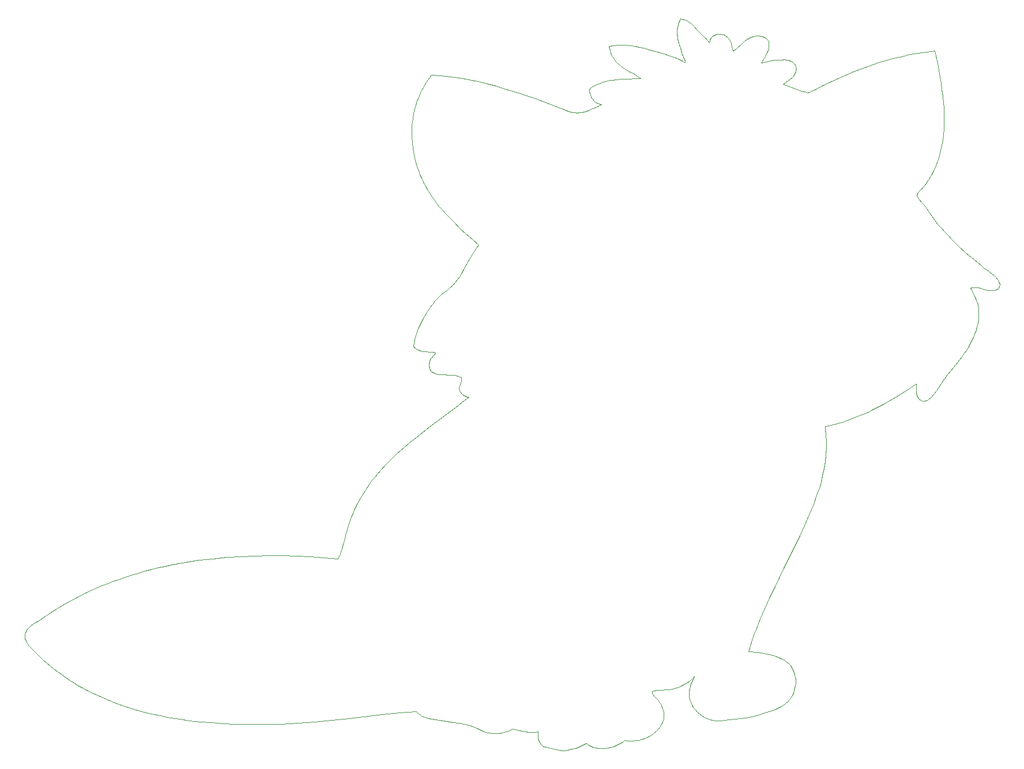
<source format=gbr>
%TF.GenerationSoftware,KiCad,Pcbnew,9.0.6*%
%TF.CreationDate,2025-12-07T11:23:18+01:00*%
%TF.ProjectId,Rocket,526f636b-6574-42e6-9b69-6361645f7063,rev?*%
%TF.SameCoordinates,Original*%
%TF.FileFunction,Profile,NP*%
%FSLAX46Y46*%
G04 Gerber Fmt 4.6, Leading zero omitted, Abs format (unit mm)*
G04 Created by KiCad (PCBNEW 9.0.6) date 2025-12-07 11:23:18*
%MOMM*%
%LPD*%
G01*
G04 APERTURE LIST*
%TA.AperFunction,Profile*%
%ADD10C,0.100000*%
%TD*%
G04 APERTURE END LIST*
D10*
X168790000Y-42438000D02*
X168651000Y-42771900D01*
X168651000Y-42771900D02*
X168545000Y-43109500D01*
X168545000Y-43109500D02*
X168472000Y-43450000D01*
X168472000Y-43450000D02*
X168428000Y-43792800D01*
X168428000Y-43792800D02*
X168411000Y-44137200D01*
X168411000Y-44137200D02*
X168418000Y-44482700D01*
X168418000Y-44482700D02*
X168449000Y-44828400D01*
X168449000Y-44828400D02*
X168499000Y-45173800D01*
X168499000Y-45173800D02*
X168568000Y-45518200D01*
X168568000Y-45518200D02*
X168652000Y-45861000D01*
X168652000Y-45861000D02*
X168858000Y-46538900D01*
X168858000Y-46538900D02*
X169098000Y-47202300D01*
X169098000Y-47202300D02*
X169355000Y-47846000D01*
X169355000Y-47846000D02*
X169480000Y-48162700D01*
X169480000Y-48162700D02*
X169545000Y-48327600D01*
X169545000Y-48327600D02*
X169589000Y-48472400D01*
X169589000Y-48472400D02*
X169595000Y-48578500D01*
X169595000Y-48578500D02*
X169580000Y-48611300D01*
X169580000Y-48611300D02*
X169548000Y-48627600D01*
X169548000Y-48627600D02*
X169500000Y-48625000D01*
X169500000Y-48625000D02*
X169431000Y-48601200D01*
X169431000Y-48601200D02*
X169228000Y-48480900D01*
X169228000Y-48480900D02*
X168891000Y-48299600D01*
X168891000Y-48299600D02*
X168549000Y-48132600D01*
X168549000Y-48132600D02*
X167850000Y-47836500D01*
X167850000Y-47836500D02*
X167135000Y-47581600D01*
X167135000Y-47581600D02*
X166408000Y-47356900D01*
X166408000Y-47356900D02*
X164938000Y-46954500D01*
X164938000Y-46954500D02*
X164203000Y-46754900D01*
X164203000Y-46754900D02*
X163474000Y-46541600D01*
X163474000Y-46541600D02*
X162856000Y-46387200D01*
X162856000Y-46387200D02*
X162230000Y-46258300D01*
X162230000Y-46258300D02*
X161599000Y-46159300D01*
X161599000Y-46159300D02*
X160964000Y-46094200D01*
X160964000Y-46094200D02*
X160328000Y-46067100D01*
X160328000Y-46067100D02*
X159692000Y-46082400D01*
X159692000Y-46082400D02*
X159057000Y-46144100D01*
X159057000Y-46144100D02*
X158427000Y-46256300D01*
X158427000Y-46256300D02*
X158463000Y-46584800D01*
X158463000Y-46584800D02*
X158530000Y-46901400D01*
X158530000Y-46901400D02*
X158625000Y-47206100D01*
X158625000Y-47206100D02*
X158745000Y-47498700D01*
X158745000Y-47498700D02*
X158891000Y-47779000D01*
X158891000Y-47779000D02*
X159058000Y-48047100D01*
X159058000Y-48047100D02*
X159246000Y-48302500D01*
X159246000Y-48302500D02*
X159452000Y-48545400D01*
X159452000Y-48545400D02*
X159675000Y-48775400D01*
X159675000Y-48775400D02*
X159913000Y-48992500D01*
X159913000Y-48992500D02*
X160163000Y-49196500D01*
X160163000Y-49196500D02*
X160424000Y-49387300D01*
X160424000Y-49387300D02*
X160694000Y-49564700D01*
X160694000Y-49564700D02*
X160971000Y-49728600D01*
X160971000Y-49728600D02*
X161539000Y-50015400D01*
X161539000Y-50015400D02*
X161936000Y-50237700D01*
X161936000Y-50237700D02*
X162324000Y-50475800D01*
X162324000Y-50475800D02*
X163079000Y-50984900D01*
X163079000Y-50984900D02*
X162165000Y-51027200D01*
X162165000Y-51027200D02*
X161237000Y-51053100D01*
X161237000Y-51053100D02*
X160305000Y-51087300D01*
X160305000Y-51087300D02*
X159377000Y-51154300D01*
X159377000Y-51154300D02*
X158917000Y-51207800D01*
X158917000Y-51207800D02*
X158462000Y-51278700D01*
X158462000Y-51278700D02*
X158013000Y-51370100D01*
X158013000Y-51370100D02*
X157570000Y-51485000D01*
X157570000Y-51485000D02*
X157135200Y-51626600D01*
X157135200Y-51626600D02*
X156709300Y-51797900D01*
X156709300Y-51797900D02*
X156293500Y-52002000D01*
X156293500Y-52002000D02*
X155888900Y-52242000D01*
X155888900Y-52242000D02*
X155775100Y-52300700D01*
X155775100Y-52300700D02*
X155683700Y-52372300D01*
X155683700Y-52372300D02*
X155613100Y-52455400D01*
X155613100Y-52455400D02*
X155561600Y-52548300D01*
X155561600Y-52548300D02*
X155527800Y-52649600D01*
X155527800Y-52649600D02*
X155509900Y-52757800D01*
X155509900Y-52757800D02*
X155515800Y-52988600D01*
X155515800Y-52988600D02*
X155566500Y-53228700D01*
X155566500Y-53228700D02*
X155649300Y-53465900D01*
X155649300Y-53465900D02*
X155751400Y-53688100D01*
X155751400Y-53688100D02*
X155860100Y-53883200D01*
X155860100Y-53883200D02*
X155987800Y-54068300D01*
X155987800Y-54068300D02*
X156142900Y-54236000D01*
X156142900Y-54236000D02*
X156319500Y-54385400D01*
X156319500Y-54385400D02*
X156511500Y-54515400D01*
X156511500Y-54515400D02*
X156712900Y-54625200D01*
X156712900Y-54625200D02*
X156917700Y-54713600D01*
X156917700Y-54713600D02*
X157119900Y-54779800D01*
X157119900Y-54779800D02*
X157313600Y-54822700D01*
X157313600Y-54822700D02*
X156697900Y-55116400D01*
X156697900Y-55116400D02*
X156057900Y-55406900D01*
X156057900Y-55406900D02*
X155399400Y-55668600D01*
X155399400Y-55668600D02*
X155065100Y-55780600D01*
X155065100Y-55780600D02*
X154728400Y-55875800D01*
X154728400Y-55875800D02*
X154390000Y-55950900D01*
X154390000Y-55950900D02*
X154050600Y-56002700D01*
X154050600Y-56002700D02*
X153711100Y-56028100D01*
X153711100Y-56028100D02*
X153372100Y-56023700D01*
X153372100Y-56023700D02*
X153034400Y-55986400D01*
X153034400Y-55986400D02*
X152698700Y-55913000D01*
X152698700Y-55913000D02*
X152365800Y-55800300D01*
X152365800Y-55800300D02*
X152036400Y-55645000D01*
X152036400Y-55645000D02*
X150938500Y-55204300D01*
X150938500Y-55204300D02*
X149833200Y-54782600D01*
X149833200Y-54782600D02*
X148721600Y-54377100D01*
X148721600Y-54377100D02*
X147604900Y-53985000D01*
X147604900Y-53985000D02*
X145361000Y-53229700D01*
X145361000Y-53229700D02*
X143111100Y-52494300D01*
X143111100Y-52494300D02*
X141795700Y-52107600D01*
X141795700Y-52107600D02*
X140471000Y-51750800D01*
X140471000Y-51750800D02*
X139137600Y-51428000D01*
X139137600Y-51428000D02*
X137795900Y-51143300D01*
X137795900Y-51143300D02*
X136446500Y-50900900D01*
X136446500Y-50900900D02*
X135089800Y-50705000D01*
X135089800Y-50705000D02*
X133726300Y-50559700D01*
X133726300Y-50559700D02*
X132356500Y-50469200D01*
X132356500Y-50469200D02*
X132076600Y-50820400D01*
X132076600Y-50820400D02*
X131811300Y-51180600D01*
X131811300Y-51180600D02*
X131560400Y-51549300D01*
X131560400Y-51549300D02*
X131323900Y-51926000D01*
X131323900Y-51926000D02*
X131101700Y-52310300D01*
X131101700Y-52310300D02*
X130893800Y-52701800D01*
X130893800Y-52701800D02*
X130700000Y-53100000D01*
X130700000Y-53100000D02*
X130520300Y-53504500D01*
X130520300Y-53504500D02*
X130354700Y-53914800D01*
X130354700Y-53914800D02*
X130202900Y-54330500D01*
X130202900Y-54330500D02*
X129940900Y-55176200D01*
X129940900Y-55176200D02*
X129733700Y-56038200D01*
X129733700Y-56038200D02*
X129580700Y-56912700D01*
X129580700Y-56912700D02*
X129481300Y-57796200D01*
X129481300Y-57796200D02*
X129434900Y-58685300D01*
X129434900Y-58685300D02*
X129440800Y-59576200D01*
X129440800Y-59576200D02*
X129498600Y-60465500D01*
X129498600Y-60465500D02*
X129607400Y-61349600D01*
X129607400Y-61349600D02*
X129766800Y-62224800D01*
X129766800Y-62224800D02*
X129976200Y-63087700D01*
X129976200Y-63087700D02*
X130234900Y-63934700D01*
X130234900Y-63934700D02*
X130430800Y-64524600D01*
X130430800Y-64524600D02*
X130649800Y-65104600D01*
X130649800Y-65104600D02*
X130890900Y-65674500D01*
X130890900Y-65674500D02*
X131153400Y-66234300D01*
X131153400Y-66234300D02*
X131436100Y-66783700D01*
X131436100Y-66783700D02*
X131738300Y-67322600D01*
X131738300Y-67322600D02*
X132059100Y-67851000D01*
X132059100Y-67851000D02*
X132397400Y-68368700D01*
X132397400Y-68368700D02*
X132752400Y-68875600D01*
X132752400Y-68875600D02*
X133123200Y-69371600D01*
X133123200Y-69371600D02*
X133508800Y-69856400D01*
X133508800Y-69856400D02*
X133908400Y-70330100D01*
X133908400Y-70330100D02*
X134321100Y-70792500D01*
X134321100Y-70792500D02*
X134745800Y-71243500D01*
X134745800Y-71243500D02*
X135181800Y-71682900D01*
X135181800Y-71682900D02*
X135628000Y-72110600D01*
X135628000Y-72110600D02*
X136509700Y-72976600D01*
X136509700Y-72976600D02*
X137415500Y-73817100D01*
X137415500Y-73817100D02*
X138340200Y-74637200D01*
X138340200Y-74637200D02*
X139278400Y-75441900D01*
X139278400Y-75441900D02*
X138941300Y-75872400D01*
X138941300Y-75872400D02*
X138628500Y-76321000D01*
X138628500Y-76321000D02*
X138335300Y-76783900D01*
X138335300Y-76783900D02*
X138057000Y-77257500D01*
X138057000Y-77257500D02*
X137526000Y-78221400D01*
X137526000Y-78221400D02*
X136997700Y-79183200D01*
X136997700Y-79183200D02*
X136722700Y-79654100D01*
X136722700Y-79654100D02*
X136434100Y-80113200D01*
X136434100Y-80113200D02*
X136127200Y-80556900D01*
X136127200Y-80556900D02*
X135797300Y-80981500D01*
X135797300Y-80981500D02*
X135439600Y-81383300D01*
X135439600Y-81383300D02*
X135049400Y-81758600D01*
X135049400Y-81758600D02*
X134622000Y-82103600D01*
X134622000Y-82103600D02*
X134152500Y-82414600D01*
X134152500Y-82414600D02*
X133683500Y-82811000D01*
X133683500Y-82811000D02*
X133247400Y-83241700D01*
X133247400Y-83241700D02*
X132840500Y-83701400D01*
X132840500Y-83701400D02*
X132458900Y-84184600D01*
X132458900Y-84184600D02*
X132098800Y-84685800D01*
X132098800Y-84685800D02*
X131756500Y-85199600D01*
X131756500Y-85199600D02*
X131110000Y-86243600D01*
X131110000Y-86243600D02*
X130851300Y-86723100D01*
X130851300Y-86723100D02*
X130613600Y-87213200D01*
X130613600Y-87213200D02*
X130397700Y-87713200D01*
X130397700Y-87713200D02*
X130204100Y-88222200D01*
X130204100Y-88222200D02*
X130033700Y-88739300D01*
X130033700Y-88739300D02*
X129886900Y-89263700D01*
X129886900Y-89263700D02*
X129764500Y-89794400D01*
X129764500Y-89794400D02*
X129667100Y-90330600D01*
X129667100Y-90330600D02*
X129816800Y-90506200D01*
X129816800Y-90506200D02*
X129979200Y-90653600D01*
X129979200Y-90653600D02*
X130152900Y-90775400D01*
X130152900Y-90775400D02*
X130336600Y-90874400D01*
X130336600Y-90874400D02*
X130529100Y-90953100D01*
X130529100Y-90953100D02*
X130729200Y-91014300D01*
X130729200Y-91014300D02*
X131146900Y-91094900D01*
X131146900Y-91094900D02*
X131579600Y-91137300D01*
X131579600Y-91137300D02*
X132017100Y-91163200D01*
X132017100Y-91163200D02*
X132449400Y-91193800D01*
X132449400Y-91193800D02*
X132866300Y-91250500D01*
X132866300Y-91250500D02*
X132901600Y-91278700D01*
X132901600Y-91278700D02*
X132916700Y-91311700D01*
X132916700Y-91311700D02*
X132895900Y-91390300D01*
X132895900Y-91390300D02*
X132823300Y-91482800D01*
X132823300Y-91482800D02*
X132718200Y-91586000D01*
X132718200Y-91586000D02*
X132488000Y-91810800D01*
X132488000Y-91810800D02*
X132401600Y-91925700D01*
X132401600Y-91925700D02*
X132360000Y-92037800D01*
X132360000Y-92037800D02*
X132259800Y-92176200D01*
X132259800Y-92176200D02*
X132174100Y-92327400D01*
X132174100Y-92327400D02*
X132103400Y-92488900D01*
X132103400Y-92488900D02*
X132048500Y-92658000D01*
X132048500Y-92658000D02*
X132009900Y-92832300D01*
X132009900Y-92832300D02*
X131988200Y-93009200D01*
X131988200Y-93009200D02*
X131984000Y-93186000D01*
X131984000Y-93186000D02*
X131998000Y-93360200D01*
X131998000Y-93360200D02*
X132030700Y-93529300D01*
X132030700Y-93529300D02*
X132082700Y-93690600D01*
X132082700Y-93690600D02*
X132154700Y-93841600D01*
X132154700Y-93841600D02*
X132247200Y-93979800D01*
X132247200Y-93979800D02*
X132360900Y-94102400D01*
X132360900Y-94102400D02*
X132496400Y-94207100D01*
X132496400Y-94207100D02*
X132654200Y-94291200D01*
X132654200Y-94291200D02*
X132835000Y-94352000D01*
X132835000Y-94352000D02*
X133071900Y-94417000D01*
X133071900Y-94417000D02*
X133312000Y-94465400D01*
X133312000Y-94465400D02*
X133800100Y-94523500D01*
X133800100Y-94523500D02*
X134294600Y-94547500D01*
X134294600Y-94547500D02*
X134790900Y-94558700D01*
X134790900Y-94558700D02*
X135284500Y-94578500D01*
X135284500Y-94578500D02*
X135770600Y-94627900D01*
X135770600Y-94627900D02*
X136009500Y-94670400D01*
X136009500Y-94670400D02*
X136244700Y-94728300D01*
X136244700Y-94728300D02*
X136475900Y-94804200D01*
X136475900Y-94804200D02*
X136702200Y-94900900D01*
X136702200Y-94900900D02*
X136731000Y-95029300D01*
X136731000Y-95029300D02*
X136739000Y-95157300D01*
X136739000Y-95157300D02*
X136729700Y-95284900D01*
X136729700Y-95284900D02*
X136706200Y-95412300D01*
X136706200Y-95412300D02*
X136629600Y-95666900D01*
X136629600Y-95666900D02*
X136535300Y-95922000D01*
X136535300Y-95922000D02*
X136449300Y-96178500D01*
X136449300Y-96178500D02*
X136397600Y-96437200D01*
X136397600Y-96437200D02*
X136392700Y-96567800D01*
X136392700Y-96567800D02*
X136406200Y-96699200D01*
X136406200Y-96699200D02*
X136441200Y-96831700D01*
X136441200Y-96831700D02*
X136501100Y-96965300D01*
X136501100Y-96965300D02*
X136602000Y-97141400D01*
X136602000Y-97141400D02*
X136727900Y-97296900D01*
X136727900Y-97296900D02*
X136875100Y-97432300D01*
X136875100Y-97432300D02*
X137039500Y-97548200D01*
X137039500Y-97548200D02*
X137217200Y-97645200D01*
X137217200Y-97645200D02*
X137404500Y-97723900D01*
X137404500Y-97723900D02*
X137597400Y-97784800D01*
X137597400Y-97784800D02*
X137792100Y-97828600D01*
X137792100Y-97828600D02*
X136849300Y-98578900D01*
X136849300Y-98578900D02*
X135892800Y-99316900D01*
X135892800Y-99316900D02*
X133954500Y-100771400D01*
X133954500Y-100771400D02*
X132008500Y-102223100D01*
X132008500Y-102223100D02*
X131042500Y-102957500D01*
X131042500Y-102957500D02*
X130086300Y-103702800D01*
X130086300Y-103702800D02*
X129143800Y-104462900D01*
X129143800Y-104462900D02*
X128219100Y-105241500D01*
X128219100Y-105241500D02*
X127316000Y-106042700D01*
X127316000Y-106042700D02*
X126438400Y-106870100D01*
X126438400Y-106870100D02*
X125590300Y-107727800D01*
X125590300Y-107727800D02*
X124775500Y-108619600D01*
X124775500Y-108619600D02*
X123998100Y-109549200D01*
X123998100Y-109549200D02*
X123624600Y-110029500D01*
X123624600Y-110029500D02*
X123261900Y-110520700D01*
X123261900Y-110520700D02*
X122636900Y-111447700D01*
X122636900Y-111447700D02*
X122049400Y-112400400D01*
X122049400Y-112400400D02*
X121504500Y-113378000D01*
X121504500Y-113378000D02*
X121007000Y-114379600D01*
X121007000Y-114379600D02*
X120777600Y-114889300D01*
X120777600Y-114889300D02*
X120561900Y-115404700D01*
X120561900Y-115404700D02*
X120360500Y-115925400D01*
X120360500Y-115925400D02*
X120174100Y-116452400D01*
X120174100Y-116452400D02*
X120003200Y-116984400D01*
X120003200Y-116984400D02*
X119848400Y-117521400D01*
X119848400Y-117521400D02*
X119710500Y-118064400D01*
X119710500Y-118064400D02*
X119589900Y-118612400D01*
X119589900Y-118612400D02*
X119391600Y-119357400D01*
X119391600Y-119357400D02*
X119172100Y-120105400D01*
X119172100Y-120105400D02*
X118919600Y-120846400D01*
X118919600Y-120846400D02*
X118622200Y-121568400D01*
X118622200Y-121568400D02*
X116590800Y-121405400D01*
X116590800Y-121405400D02*
X114552900Y-121276400D01*
X114552900Y-121276400D02*
X112510300Y-121184400D01*
X112510300Y-121184400D02*
X110464700Y-121131400D01*
X110464700Y-121131400D02*
X108417800Y-121120400D01*
X108417800Y-121120400D02*
X106371400Y-121154400D01*
X106371400Y-121154400D02*
X104327300Y-121237400D01*
X104327300Y-121237400D02*
X102287200Y-121371400D01*
X102287200Y-121371400D02*
X100252900Y-121558400D01*
X100252900Y-121558400D02*
X98226100Y-121802400D01*
X98226100Y-121802400D02*
X97216000Y-121947400D01*
X97216000Y-121947400D02*
X96208500Y-122106400D01*
X96208500Y-122106400D02*
X95203800Y-122282400D01*
X95203800Y-122282400D02*
X94202000Y-122473400D01*
X94202000Y-122473400D02*
X93203500Y-122680400D01*
X93203500Y-122680400D02*
X92208300Y-122904400D01*
X92208300Y-122904400D02*
X91216800Y-123146400D01*
X91216800Y-123146400D02*
X90229100Y-123404400D01*
X90229100Y-123404400D02*
X89245500Y-123681400D01*
X89245500Y-123681400D02*
X88266200Y-123976400D01*
X88266200Y-123976400D02*
X87291400Y-124289400D01*
X87291400Y-124289400D02*
X86321400Y-124621400D01*
X86321400Y-124621400D02*
X85540500Y-124902400D01*
X85540500Y-124902400D02*
X84765600Y-125199400D01*
X84765600Y-125199400D02*
X83996900Y-125510400D01*
X83996900Y-125510400D02*
X83234200Y-125835400D01*
X83234200Y-125835400D02*
X81727500Y-126527400D01*
X81727500Y-126527400D02*
X80246000Y-127271400D01*
X80246000Y-127271400D02*
X78789900Y-128065400D01*
X78789900Y-128065400D02*
X77359800Y-128905400D01*
X77359800Y-128905400D02*
X75955900Y-129788400D01*
X75955900Y-129788400D02*
X74578800Y-130712400D01*
X74578800Y-130712400D02*
X74202900Y-130911400D01*
X74202900Y-130911400D02*
X73823900Y-131146400D01*
X73823900Y-131146400D02*
X73462800Y-131416400D01*
X73462800Y-131416400D02*
X73295600Y-131565400D01*
X73295600Y-131565400D02*
X73140900Y-131723400D01*
X73140900Y-131723400D02*
X73001200Y-131891400D01*
X73001200Y-131891400D02*
X72879200Y-132067400D01*
X72879200Y-132067400D02*
X72777500Y-132253400D01*
X72777500Y-132253400D02*
X72698900Y-132448400D01*
X72698900Y-132448400D02*
X72645800Y-132652400D01*
X72645800Y-132652400D02*
X72621100Y-132865400D01*
X72621100Y-132865400D02*
X72627300Y-133088400D01*
X72627300Y-133088400D02*
X72667100Y-133320400D01*
X72667100Y-133320400D02*
X72783600Y-133599400D01*
X72783600Y-133599400D02*
X72919100Y-133865400D01*
X72919100Y-133865400D02*
X73071700Y-134118400D01*
X73071700Y-134118400D02*
X73239500Y-134362400D01*
X73239500Y-134362400D02*
X73613800Y-134820400D01*
X73613800Y-134820400D02*
X74027400Y-135251400D01*
X74027400Y-135251400D02*
X74465600Y-135662400D01*
X74465600Y-135662400D02*
X74913800Y-136064400D01*
X74913800Y-136064400D02*
X75357600Y-136466400D01*
X75357600Y-136466400D02*
X75782300Y-136877400D01*
X75782300Y-136877400D02*
X76333800Y-137343400D01*
X76333800Y-137343400D02*
X76895500Y-137795400D01*
X76895500Y-137795400D02*
X77467000Y-138232400D01*
X77467000Y-138232400D02*
X78048000Y-138655400D01*
X78048000Y-138655400D02*
X78638100Y-139063400D01*
X78638100Y-139063400D02*
X79237100Y-139457400D01*
X79237100Y-139457400D02*
X79844400Y-139838400D01*
X79844400Y-139838400D02*
X80460000Y-140205400D01*
X80460000Y-140205400D02*
X81083300Y-140558400D01*
X81083300Y-140558400D02*
X81714000Y-140898400D01*
X81714000Y-140898400D02*
X82996500Y-141538400D01*
X82996500Y-141538400D02*
X84304700Y-142128400D01*
X84304700Y-142128400D02*
X85635900Y-142667400D01*
X85635900Y-142667400D02*
X86987400Y-143158400D01*
X86987400Y-143158400D02*
X88356400Y-143602400D01*
X88356400Y-143602400D02*
X89740400Y-144000400D01*
X89740400Y-144000400D02*
X91136500Y-144354400D01*
X91136500Y-144354400D02*
X92542100Y-144665400D01*
X92542100Y-144665400D02*
X93954500Y-144934400D01*
X93954500Y-144934400D02*
X95370800Y-145164400D01*
X95370800Y-145164400D02*
X96788500Y-145355400D01*
X96788500Y-145355400D02*
X98464400Y-145531400D01*
X98464400Y-145531400D02*
X100143900Y-145675400D01*
X100143900Y-145675400D02*
X101826200Y-145787400D01*
X101826200Y-145787400D02*
X103510400Y-145867400D01*
X103510400Y-145867400D02*
X105195900Y-145914400D01*
X105195900Y-145914400D02*
X106881800Y-145931400D01*
X106881800Y-145931400D02*
X108567300Y-145916400D01*
X108567300Y-145916400D02*
X110251600Y-145869400D01*
X110251600Y-145869400D02*
X111495400Y-145807400D01*
X111495400Y-145807400D02*
X112737900Y-145729400D01*
X112737900Y-145729400D02*
X115219500Y-145533400D01*
X115219500Y-145533400D02*
X117697600Y-145297400D01*
X117697600Y-145297400D02*
X120173700Y-145035400D01*
X120173700Y-145035400D02*
X125124200Y-144492400D01*
X125124200Y-144492400D02*
X127601200Y-144241400D01*
X127601200Y-144241400D02*
X130081100Y-144022400D01*
X130081100Y-144022400D02*
X130266200Y-144221400D01*
X130266200Y-144221400D02*
X130466000Y-144395400D01*
X130466000Y-144395400D02*
X130679100Y-144545400D01*
X130679100Y-144545400D02*
X130903900Y-144675400D01*
X130903900Y-144675400D02*
X131139100Y-144786400D01*
X131139100Y-144786400D02*
X131383200Y-144880400D01*
X131383200Y-144880400D02*
X131892300Y-145026400D01*
X131892300Y-145026400D02*
X132419500Y-145133400D01*
X132419500Y-145133400D02*
X132953100Y-145216400D01*
X132953100Y-145216400D02*
X133481400Y-145293400D01*
X133481400Y-145293400D02*
X133993000Y-145381400D01*
X133993000Y-145381400D02*
X135564900Y-145604400D01*
X135564900Y-145604400D02*
X136342400Y-145736400D01*
X136342400Y-145736400D02*
X137111100Y-145894400D01*
X137111100Y-145894400D02*
X137868500Y-146088400D01*
X137868500Y-146088400D02*
X138612100Y-146330400D01*
X138612100Y-146330400D02*
X138977900Y-146471400D01*
X138977900Y-146471400D02*
X139339400Y-146627400D01*
X139339400Y-146627400D02*
X139696300Y-146800400D01*
X139696300Y-146800400D02*
X140048200Y-146991400D01*
X140048200Y-146991400D02*
X140309500Y-147079400D01*
X140309500Y-147079400D02*
X140574600Y-147151400D01*
X140574600Y-147151400D02*
X140842900Y-147205400D01*
X140842900Y-147205400D02*
X141113600Y-147243400D01*
X141113600Y-147243400D02*
X141386000Y-147266400D01*
X141386000Y-147266400D02*
X141659400Y-147273400D01*
X141659400Y-147273400D02*
X142206400Y-147242400D01*
X142206400Y-147242400D02*
X142748800Y-147156400D01*
X142748800Y-147156400D02*
X143281100Y-147018400D01*
X143281100Y-147018400D02*
X143797400Y-146830400D01*
X143797400Y-146830400D02*
X144292100Y-146598400D01*
X144292100Y-146598400D02*
X145203500Y-146821400D01*
X145203500Y-146821400D02*
X145664900Y-146924400D01*
X145664900Y-146924400D02*
X146129000Y-147008400D01*
X146129000Y-147008400D02*
X146594900Y-147065400D01*
X146594900Y-147065400D02*
X147061800Y-147087400D01*
X147061800Y-147087400D02*
X147528800Y-147065400D01*
X147528800Y-147065400D02*
X147995200Y-146990400D01*
X147995200Y-146990400D02*
X147959600Y-147341400D01*
X147959600Y-147341400D02*
X147966900Y-147708400D01*
X147966900Y-147708400D02*
X148022100Y-148073400D01*
X148022100Y-148073400D02*
X148069300Y-148250400D01*
X148069300Y-148250400D02*
X148130200Y-148420400D01*
X148130200Y-148420400D02*
X148205600Y-148580400D01*
X148205600Y-148580400D02*
X148296000Y-148730400D01*
X148296000Y-148730400D02*
X148402200Y-148866400D01*
X148402200Y-148866400D02*
X148524600Y-148986400D01*
X148524600Y-148986400D02*
X148663900Y-149089400D01*
X148663900Y-149089400D02*
X148820800Y-149171400D01*
X148820800Y-149171400D02*
X148995900Y-149232400D01*
X148995900Y-149232400D02*
X149189600Y-149268400D01*
X149189600Y-149268400D02*
X149949000Y-149461400D01*
X149949000Y-149461400D02*
X150711100Y-149654400D01*
X150711100Y-149654400D02*
X151095100Y-149723400D01*
X151095100Y-149723400D02*
X151482100Y-149760400D01*
X151482100Y-149760400D02*
X151872700Y-149756400D01*
X151872700Y-149756400D02*
X152267900Y-149698400D01*
X152267900Y-149698400D02*
X152639200Y-149639400D01*
X152639200Y-149639400D02*
X153006100Y-149558400D01*
X153006100Y-149558400D02*
X153367800Y-149457400D01*
X153367800Y-149457400D02*
X153723600Y-149336400D01*
X153723600Y-149336400D02*
X154073000Y-149197400D01*
X154073000Y-149197400D02*
X154415200Y-149041400D01*
X154415200Y-149041400D02*
X154749500Y-148869400D01*
X154749500Y-148869400D02*
X155075300Y-148682400D01*
X155075300Y-148682400D02*
X155389800Y-148917400D01*
X155389800Y-148917400D02*
X155721400Y-149108400D01*
X155721400Y-149108400D02*
X156067400Y-149257400D01*
X156067400Y-149257400D02*
X156425200Y-149366400D01*
X156425200Y-149366400D02*
X156792300Y-149437400D01*
X156792300Y-149437400D02*
X157166100Y-149472400D01*
X157166100Y-149472400D02*
X157544000Y-149473400D01*
X157544000Y-149473400D02*
X157924000Y-149442400D01*
X157924000Y-149442400D02*
X158302000Y-149381400D01*
X158302000Y-149381400D02*
X158677000Y-149291400D01*
X158677000Y-149291400D02*
X159046000Y-149176400D01*
X159046000Y-149176400D02*
X159406000Y-149036400D01*
X159406000Y-149036400D02*
X159755000Y-148873400D01*
X159755000Y-148873400D02*
X160090000Y-148690400D01*
X160090000Y-148690400D02*
X160409000Y-148489400D01*
X160409000Y-148489400D02*
X160708000Y-148272400D01*
X160708000Y-148272400D02*
X161116000Y-148328400D01*
X161116000Y-148328400D02*
X161531000Y-148353400D01*
X161531000Y-148353400D02*
X161949000Y-148346400D01*
X161949000Y-148346400D02*
X162367000Y-148308400D01*
X162367000Y-148308400D02*
X162782000Y-148240400D01*
X162782000Y-148240400D02*
X163192000Y-148140400D01*
X163192000Y-148140400D02*
X163592000Y-148011400D01*
X163592000Y-148011400D02*
X163981000Y-147851400D01*
X163981000Y-147851400D02*
X164354000Y-147663400D01*
X164354000Y-147663400D02*
X164708000Y-147444400D01*
X164708000Y-147444400D02*
X165041000Y-147198400D01*
X165041000Y-147198400D02*
X165350000Y-146922400D01*
X165350000Y-146922400D02*
X165631000Y-146619400D01*
X165631000Y-146619400D02*
X165881000Y-146287400D01*
X165881000Y-146287400D02*
X166097000Y-145929400D01*
X166097000Y-145929400D02*
X166276000Y-145543400D01*
X166276000Y-145543400D02*
X166365000Y-145304400D01*
X166365000Y-145304400D02*
X166428000Y-145064400D01*
X166428000Y-145064400D02*
X166465000Y-144823400D01*
X166465000Y-144823400D02*
X166478000Y-144581400D01*
X166478000Y-144581400D02*
X166468000Y-144340400D01*
X166468000Y-144340400D02*
X166436000Y-144101400D01*
X166436000Y-144101400D02*
X166384000Y-143864400D01*
X166384000Y-143864400D02*
X166313000Y-143630400D01*
X166313000Y-143630400D02*
X166225000Y-143401400D01*
X166225000Y-143401400D02*
X166121000Y-143178400D01*
X166121000Y-143178400D02*
X166002000Y-142961400D01*
X166002000Y-142961400D02*
X165870000Y-142751400D01*
X165870000Y-142751400D02*
X165573000Y-142356400D01*
X165573000Y-142356400D02*
X165239000Y-142002400D01*
X165239000Y-142002400D02*
X164997000Y-141757400D01*
X164997000Y-141757400D02*
X164878000Y-141607400D01*
X164878000Y-141607400D02*
X164784000Y-141451400D01*
X164784000Y-141451400D02*
X164735000Y-141301400D01*
X164735000Y-141301400D02*
X164732000Y-141230400D01*
X164732000Y-141230400D02*
X164748000Y-141164400D01*
X164748000Y-141164400D02*
X164784000Y-141105400D01*
X164784000Y-141105400D02*
X164842000Y-141052400D01*
X164842000Y-141052400D02*
X164926000Y-141009400D01*
X164926000Y-141009400D02*
X165036000Y-140975400D01*
X165036000Y-140975400D02*
X165484000Y-140924400D01*
X165484000Y-140924400D02*
X165935000Y-140890400D01*
X165935000Y-140890400D02*
X166842000Y-140830400D01*
X166842000Y-140830400D02*
X167294000Y-140783400D01*
X167294000Y-140783400D02*
X167741000Y-140712400D01*
X167741000Y-140712400D02*
X168181000Y-140607400D01*
X168181000Y-140607400D02*
X168613000Y-140457400D01*
X168613000Y-140457400D02*
X168938000Y-140328400D01*
X168938000Y-140328400D02*
X169252000Y-140179400D01*
X169252000Y-140179400D02*
X169557000Y-140011400D01*
X169557000Y-140011400D02*
X169851000Y-139824400D01*
X169851000Y-139824400D02*
X170134000Y-139620400D01*
X170134000Y-139620400D02*
X170403000Y-139399400D01*
X170403000Y-139399400D02*
X170660000Y-139163400D01*
X170660000Y-139163400D02*
X170901000Y-138912400D01*
X170901000Y-138912400D02*
X170763000Y-139270400D01*
X170763000Y-139270400D02*
X170610000Y-139628400D01*
X170610000Y-139628400D02*
X170458000Y-139986400D01*
X170458000Y-139986400D02*
X170320000Y-140348400D01*
X170320000Y-140348400D02*
X170210000Y-140715400D01*
X170210000Y-140715400D02*
X170140000Y-141089400D01*
X170140000Y-141089400D02*
X170125000Y-141280400D01*
X170125000Y-141280400D02*
X170125000Y-141472400D01*
X170125000Y-141472400D02*
X170142000Y-141668400D01*
X170142000Y-141668400D02*
X170178000Y-141866400D01*
X170178000Y-141866400D02*
X170264000Y-142297400D01*
X170264000Y-142297400D02*
X170399000Y-142706400D01*
X170399000Y-142706400D02*
X170578000Y-143094400D01*
X170578000Y-143094400D02*
X170798000Y-143458400D01*
X170798000Y-143458400D02*
X171055000Y-143796400D01*
X171055000Y-143796400D02*
X171346000Y-144106400D01*
X171346000Y-144106400D02*
X171667000Y-144388400D01*
X171667000Y-144388400D02*
X172014000Y-144639400D01*
X172014000Y-144639400D02*
X172383000Y-144858400D01*
X172383000Y-144858400D02*
X172772000Y-145042400D01*
X172772000Y-145042400D02*
X173176000Y-145191400D01*
X173176000Y-145191400D02*
X173592000Y-145303400D01*
X173592000Y-145303400D02*
X174016000Y-145376400D01*
X174016000Y-145376400D02*
X174444000Y-145407400D01*
X174444000Y-145407400D02*
X174873000Y-145397400D01*
X174873000Y-145397400D02*
X175300000Y-145342400D01*
X175300000Y-145342400D02*
X176893000Y-145163400D01*
X176893000Y-145163400D02*
X177689000Y-145060400D01*
X177689000Y-145060400D02*
X178482000Y-144939400D01*
X178482000Y-144939400D02*
X179270000Y-144793400D01*
X179270000Y-144793400D02*
X180051000Y-144617400D01*
X180051000Y-144617400D02*
X180823000Y-144403400D01*
X180823000Y-144403400D02*
X181585000Y-144144400D01*
X181585000Y-144144400D02*
X182660000Y-143741400D01*
X182660000Y-143741400D02*
X183197000Y-143513400D01*
X183197000Y-143513400D02*
X183714000Y-143252400D01*
X183714000Y-143252400D02*
X183960000Y-143105400D01*
X183960000Y-143105400D02*
X184196000Y-142946400D01*
X184196000Y-142946400D02*
X184421000Y-142773400D01*
X184421000Y-142773400D02*
X184631000Y-142585400D01*
X184631000Y-142585400D02*
X184826000Y-142379400D01*
X184826000Y-142379400D02*
X185003000Y-142155400D01*
X185003000Y-142155400D02*
X185161000Y-141911400D01*
X185161000Y-141911400D02*
X185299000Y-141647400D01*
X185299000Y-141647400D02*
X185467000Y-141305400D01*
X185467000Y-141305400D02*
X185601000Y-140946400D01*
X185601000Y-140946400D02*
X185700000Y-140574400D01*
X185700000Y-140574400D02*
X185764000Y-140193400D01*
X185764000Y-140193400D02*
X185793000Y-139807400D01*
X185793000Y-139807400D02*
X185788000Y-139420400D01*
X185788000Y-139420400D02*
X185748000Y-139036400D01*
X185748000Y-139036400D02*
X185673000Y-138659400D01*
X185673000Y-138659400D02*
X185563000Y-138292400D01*
X185563000Y-138292400D02*
X185419000Y-137940400D01*
X185419000Y-137940400D02*
X185241000Y-137606400D01*
X185241000Y-137606400D02*
X185027000Y-137295400D01*
X185027000Y-137295400D02*
X184779000Y-137010400D01*
X184779000Y-137010400D02*
X184497000Y-136755400D01*
X184497000Y-136755400D02*
X184179000Y-136535400D01*
X184179000Y-136535400D02*
X183828000Y-136353400D01*
X183828000Y-136353400D02*
X183248000Y-136082400D01*
X183248000Y-136082400D02*
X182652000Y-135858400D01*
X182652000Y-135858400D02*
X182042000Y-135677400D01*
X182042000Y-135677400D02*
X181421000Y-135532400D01*
X181421000Y-135532400D02*
X180792000Y-135417400D01*
X180792000Y-135417400D02*
X180158000Y-135326400D01*
X180158000Y-135326400D02*
X178890000Y-135193400D01*
X178890000Y-135193400D02*
X179137000Y-134382400D01*
X179137000Y-134382400D02*
X179401000Y-133577400D01*
X179401000Y-133577400D02*
X179679000Y-132779400D01*
X179679000Y-132779400D02*
X179971000Y-131986400D01*
X179971000Y-131986400D02*
X180593000Y-130415400D01*
X180593000Y-130415400D02*
X181257000Y-128862400D01*
X181257000Y-128862400D02*
X181956000Y-127323400D01*
X181956000Y-127323400D02*
X182681000Y-125795400D01*
X182681000Y-125795400D02*
X184175000Y-122757400D01*
X184175000Y-122757400D02*
X185673000Y-119721400D01*
X185673000Y-119721400D02*
X186403000Y-118195400D01*
X186403000Y-118195400D02*
X187108000Y-116659400D01*
X187108000Y-116659400D02*
X187781000Y-115109700D01*
X187781000Y-115109700D02*
X188414000Y-113543700D01*
X188414000Y-113543700D02*
X188997000Y-111957400D01*
X188997000Y-111957400D02*
X189267000Y-111155600D01*
X189267000Y-111155600D02*
X189522000Y-110347500D01*
X189522000Y-110347500D02*
X189756000Y-109341300D01*
X189756000Y-109341300D02*
X189954000Y-108325500D01*
X189954000Y-108325500D02*
X190112000Y-107302100D01*
X190112000Y-107302100D02*
X190224000Y-106273400D01*
X190224000Y-106273400D02*
X190286000Y-105241600D01*
X190286000Y-105241600D02*
X190290000Y-104208700D01*
X190290000Y-104208700D02*
X190270000Y-103692600D01*
X190270000Y-103692600D02*
X190234000Y-103177100D01*
X190234000Y-103177100D02*
X190181000Y-102662500D01*
X190181000Y-102662500D02*
X190110000Y-102148900D01*
X190110000Y-102148900D02*
X191027000Y-101948700D01*
X191027000Y-101948700D02*
X191931000Y-101712700D01*
X191931000Y-101712700D02*
X192824000Y-101442800D01*
X192824000Y-101442800D02*
X193706000Y-101141500D01*
X193706000Y-101141500D02*
X194577000Y-100810700D01*
X194577000Y-100810700D02*
X195438000Y-100452800D01*
X195438000Y-100452800D02*
X196288000Y-100069800D01*
X196288000Y-100069800D02*
X197129000Y-99664000D01*
X197129000Y-99664000D02*
X197960000Y-99237500D01*
X197960000Y-99237500D02*
X198783000Y-98792500D01*
X198783000Y-98792500D02*
X199597000Y-98331200D01*
X199597000Y-98331200D02*
X200404000Y-97855800D01*
X200404000Y-97855800D02*
X201994000Y-96871100D01*
X201994000Y-96871100D02*
X203556000Y-95855900D01*
X203556000Y-95855900D02*
X203514000Y-96536400D01*
X203514000Y-96536400D02*
X203516000Y-96894200D01*
X203516000Y-96894200D02*
X203549000Y-97246800D01*
X203549000Y-97246800D02*
X203625000Y-97581700D01*
X203625000Y-97581700D02*
X203684000Y-97738600D01*
X203684000Y-97738600D02*
X203758000Y-97886300D01*
X203758000Y-97886300D02*
X203849000Y-98023300D01*
X203849000Y-98023300D02*
X203959000Y-98147900D01*
X203959000Y-98147900D02*
X204089000Y-98258700D01*
X204089000Y-98258700D02*
X204241000Y-98354000D01*
X204241000Y-98354000D02*
X204428000Y-98394100D01*
X204428000Y-98394100D02*
X204607000Y-98403600D01*
X204607000Y-98403600D02*
X204779000Y-98385500D01*
X204779000Y-98385500D02*
X204943000Y-98342300D01*
X204943000Y-98342300D02*
X205100000Y-98276900D01*
X205100000Y-98276900D02*
X205250000Y-98191800D01*
X205250000Y-98191800D02*
X205394000Y-98089900D01*
X205394000Y-98089900D02*
X205532000Y-97973900D01*
X205532000Y-97973900D02*
X205792000Y-97710400D01*
X205792000Y-97710400D02*
X206031000Y-97423000D01*
X206031000Y-97423000D02*
X206461000Y-96863900D01*
X206461000Y-96863900D02*
X207291000Y-95690500D01*
X207291000Y-95690500D02*
X208136000Y-94527400D01*
X208136000Y-94527400D02*
X209006000Y-93384200D01*
X209006000Y-93384200D02*
X209915000Y-92270400D01*
X209915000Y-92270400D02*
X210239000Y-91844900D01*
X210239000Y-91844900D02*
X210555000Y-91406100D01*
X210555000Y-91406100D02*
X210859000Y-90954700D01*
X210859000Y-90954700D02*
X211149000Y-90491400D01*
X211149000Y-90491400D02*
X211423000Y-90017000D01*
X211423000Y-90017000D02*
X211677000Y-89532400D01*
X211677000Y-89532400D02*
X211909000Y-89038100D01*
X211909000Y-89038100D02*
X212116000Y-88535100D01*
X212116000Y-88535100D02*
X212295000Y-88024000D01*
X212295000Y-88024000D02*
X212444000Y-87505500D01*
X212444000Y-87505500D02*
X212560000Y-86980600D01*
X212560000Y-86980600D02*
X212641000Y-86449800D01*
X212641000Y-86449800D02*
X212683000Y-85914000D01*
X212683000Y-85914000D02*
X212683000Y-85373900D01*
X212683000Y-85373900D02*
X212641000Y-84830300D01*
X212641000Y-84830300D02*
X212551000Y-84283800D01*
X212551000Y-84283800D02*
X212472000Y-83952100D01*
X212472000Y-83952100D02*
X212368000Y-83629100D01*
X212368000Y-83629100D02*
X212243000Y-83313300D01*
X212243000Y-83313300D02*
X212102000Y-83003100D01*
X212102000Y-83003100D02*
X211797000Y-82393500D01*
X211797000Y-82393500D02*
X211497000Y-81787600D01*
X211497000Y-81787600D02*
X211677000Y-81738700D01*
X211677000Y-81738700D02*
X211858000Y-81710300D01*
X211858000Y-81710300D02*
X212040000Y-81699800D01*
X212040000Y-81699800D02*
X212223000Y-81705100D01*
X212223000Y-81705100D02*
X212591000Y-81753400D01*
X212591000Y-81753400D02*
X212962000Y-81836500D01*
X212962000Y-81836500D02*
X213706000Y-82032300D01*
X213706000Y-82032300D02*
X214078000Y-82107600D01*
X214078000Y-82107600D02*
X214449000Y-82143000D01*
X214449000Y-82143000D02*
X214700000Y-82168500D01*
X214700000Y-82168500D02*
X214955000Y-82142900D01*
X214955000Y-82142900D02*
X215198000Y-82069200D01*
X215198000Y-82069200D02*
X215417000Y-81950400D01*
X215417000Y-81950400D02*
X215512000Y-81874900D01*
X215512000Y-81874900D02*
X215595000Y-81789300D01*
X215595000Y-81789300D02*
X215664000Y-81693900D01*
X215664000Y-81693900D02*
X215718000Y-81589000D01*
X215718000Y-81589000D02*
X215754000Y-81475000D01*
X215754000Y-81475000D02*
X215772000Y-81352400D01*
X215772000Y-81352400D02*
X215768000Y-81221400D01*
X215768000Y-81221400D02*
X215741000Y-81082500D01*
X215741000Y-81082500D02*
X215651000Y-80863300D01*
X215651000Y-80863300D02*
X215542000Y-80658900D01*
X215542000Y-80658900D02*
X215416000Y-80467700D01*
X215416000Y-80467700D02*
X215275000Y-80288300D01*
X215275000Y-80288300D02*
X214955000Y-79958800D01*
X214955000Y-79958800D02*
X214598000Y-79658600D01*
X214598000Y-79658600D02*
X213838000Y-79098300D01*
X213838000Y-79098300D02*
X213466000Y-78814500D01*
X213466000Y-78814500D02*
X213120000Y-78512300D01*
X213120000Y-78512300D02*
X211971000Y-77575800D01*
X211971000Y-77575800D02*
X210843000Y-76610700D01*
X210843000Y-76610700D02*
X209743000Y-75612900D01*
X209743000Y-75612900D02*
X208679000Y-74578300D01*
X208679000Y-74578300D02*
X208163000Y-74046000D01*
X208163000Y-74046000D02*
X207659000Y-73502900D01*
X207659000Y-73502900D02*
X207168000Y-72948600D01*
X207168000Y-72948600D02*
X206690000Y-72382500D01*
X206690000Y-72382500D02*
X206227000Y-71804200D01*
X206227000Y-71804200D02*
X205779000Y-71213200D01*
X205779000Y-71213200D02*
X205348000Y-70608800D01*
X205348000Y-70608800D02*
X204935000Y-69990700D01*
X204935000Y-69990700D02*
X204783000Y-69772100D01*
X204783000Y-69772100D02*
X204617000Y-69563700D01*
X204617000Y-69563700D02*
X204262000Y-69163100D01*
X204262000Y-69163100D02*
X203916000Y-68760800D01*
X203916000Y-68760800D02*
X203760000Y-68550200D01*
X203760000Y-68550200D02*
X203624000Y-68328600D01*
X203624000Y-68328600D02*
X203628000Y-68180600D01*
X203628000Y-68180600D02*
X203653000Y-68043000D01*
X203653000Y-68043000D02*
X203697000Y-67914600D01*
X203697000Y-67914600D02*
X203757000Y-67794200D01*
X203757000Y-67794200D02*
X203916000Y-67572300D01*
X203916000Y-67572300D02*
X204111000Y-67367500D01*
X204111000Y-67367500D02*
X204532000Y-66969300D01*
X204532000Y-66969300D02*
X204720000Y-66756100D01*
X204720000Y-66756100D02*
X204800000Y-66641700D01*
X204800000Y-66641700D02*
X204867000Y-66520400D01*
X204867000Y-66520400D02*
X205319000Y-65870400D01*
X205319000Y-65870400D02*
X205724000Y-65198000D01*
X205724000Y-65198000D02*
X206084000Y-64505100D01*
X206084000Y-64505100D02*
X206402000Y-63793800D01*
X206402000Y-63793800D02*
X206679000Y-63066100D01*
X206679000Y-63066100D02*
X206916000Y-62323900D01*
X206916000Y-62323900D02*
X207115000Y-61569400D01*
X207115000Y-61569400D02*
X207278000Y-60804600D01*
X207278000Y-60804600D02*
X207407000Y-60031400D01*
X207407000Y-60031400D02*
X207504000Y-59252000D01*
X207504000Y-59252000D02*
X207569000Y-58468300D01*
X207569000Y-58468300D02*
X207604000Y-57682400D01*
X207604000Y-57682400D02*
X207613000Y-56896300D01*
X207613000Y-56896300D02*
X207595000Y-56112100D01*
X207595000Y-56112100D02*
X207552000Y-55331700D01*
X207552000Y-55331700D02*
X207487000Y-54557100D01*
X207487000Y-54557100D02*
X207391000Y-53593000D01*
X207391000Y-53593000D02*
X207270000Y-52632400D01*
X207270000Y-52632400D02*
X207129000Y-51674900D01*
X207129000Y-51674900D02*
X206971000Y-50720000D01*
X206971000Y-50720000D02*
X206619000Y-48816000D01*
X206619000Y-48816000D02*
X206243000Y-46916500D01*
X206243000Y-46916500D02*
X205011000Y-47056400D01*
X205011000Y-47056400D02*
X203787000Y-47239900D01*
X203787000Y-47239900D02*
X202573000Y-47464700D01*
X202573000Y-47464700D02*
X201367000Y-47728600D01*
X201367000Y-47728600D02*
X200171000Y-48029300D01*
X200171000Y-48029300D02*
X198983000Y-48364700D01*
X198983000Y-48364700D02*
X197804000Y-48732500D01*
X197804000Y-48732500D02*
X196635000Y-49130500D01*
X196635000Y-49130500D02*
X195474000Y-49556400D01*
X195474000Y-49556400D02*
X194322000Y-50008100D01*
X194322000Y-50008100D02*
X193179000Y-50483200D01*
X193179000Y-50483200D02*
X192045000Y-50979600D01*
X192045000Y-50979600D02*
X190919000Y-51495100D01*
X190919000Y-51495100D02*
X189803000Y-52027300D01*
X189803000Y-52027300D02*
X188696000Y-52574100D01*
X188696000Y-52574100D02*
X187597000Y-53133300D01*
X187597000Y-53133300D02*
X187147000Y-52965200D01*
X187147000Y-52965200D02*
X186692000Y-52812000D01*
X186692000Y-52812000D02*
X185775000Y-52523400D01*
X185775000Y-52523400D02*
X185319000Y-52374700D01*
X185319000Y-52374700D02*
X184867000Y-52214100D01*
X184867000Y-52214100D02*
X184422000Y-52034900D01*
X184422000Y-52034900D02*
X183987000Y-51830600D01*
X183987000Y-51830600D02*
X184675000Y-51368600D01*
X184675000Y-51368600D02*
X185018000Y-51103500D01*
X185018000Y-51103500D02*
X185332000Y-50811300D01*
X185332000Y-50811300D02*
X185471000Y-50654200D01*
X185471000Y-50654200D02*
X185593000Y-50489100D01*
X185593000Y-50489100D02*
X185697000Y-50315700D01*
X185697000Y-50315700D02*
X185780000Y-50133700D01*
X185780000Y-50133700D02*
X185839000Y-49942600D01*
X185839000Y-49942600D02*
X185870000Y-49742100D01*
X185870000Y-49742100D02*
X185872000Y-49531700D01*
X185872000Y-49531700D02*
X185841000Y-49311000D01*
X185841000Y-49311000D02*
X185789000Y-49153800D01*
X185789000Y-49153800D02*
X185722000Y-49009800D01*
X185722000Y-49009800D02*
X185639000Y-48878700D01*
X185639000Y-48878700D02*
X185543000Y-48760300D01*
X185543000Y-48760300D02*
X185435000Y-48654400D01*
X185435000Y-48654400D02*
X185316000Y-48560900D01*
X185316000Y-48560900D02*
X185052000Y-48409800D01*
X185052000Y-48409800D02*
X184760000Y-48305400D01*
X184760000Y-48305400D02*
X184452000Y-48246000D01*
X184452000Y-48246000D02*
X184139000Y-48229900D01*
X184139000Y-48229900D02*
X183830000Y-48255400D01*
X183830000Y-48255400D02*
X183434000Y-48260100D01*
X183434000Y-48260100D02*
X183039000Y-48281900D01*
X183039000Y-48281900D02*
X182645000Y-48320000D01*
X182645000Y-48320000D02*
X182252000Y-48373700D01*
X182252000Y-48373700D02*
X181475000Y-48524700D01*
X181475000Y-48524700D02*
X180710000Y-48729000D01*
X180710000Y-48729000D02*
X181170000Y-47991800D01*
X181170000Y-47991800D02*
X181397000Y-47605300D01*
X181397000Y-47605300D02*
X181598000Y-47207900D01*
X181598000Y-47207900D02*
X181758000Y-46800400D01*
X181758000Y-46800400D02*
X181816000Y-46593000D01*
X181816000Y-46593000D02*
X181857000Y-46383400D01*
X181857000Y-46383400D02*
X181880000Y-46171500D01*
X181880000Y-46171500D02*
X181880000Y-45957600D01*
X181880000Y-45957600D02*
X181858000Y-45741700D01*
X181858000Y-45741700D02*
X181810000Y-45523900D01*
X181810000Y-45523900D02*
X181700000Y-45344200D01*
X181700000Y-45344200D02*
X181570000Y-45190700D01*
X181570000Y-45190700D02*
X181423000Y-45062000D01*
X181423000Y-45062000D02*
X181261000Y-44956800D01*
X181261000Y-44956800D02*
X181086000Y-44873900D01*
X181086000Y-44873900D02*
X180900000Y-44812000D01*
X180900000Y-44812000D02*
X180706000Y-44769700D01*
X180706000Y-44769700D02*
X180505000Y-44745800D01*
X180505000Y-44745800D02*
X180300000Y-44738900D01*
X180300000Y-44738900D02*
X180093000Y-44747800D01*
X180093000Y-44747800D02*
X179681000Y-44807800D01*
X179681000Y-44807800D02*
X179288000Y-44915300D01*
X179288000Y-44915300D02*
X178931000Y-45060000D01*
X178931000Y-45060000D02*
X178608000Y-45255300D01*
X178608000Y-45255300D02*
X178311000Y-45482400D01*
X178311000Y-45482400D02*
X178030000Y-45731300D01*
X178030000Y-45731300D02*
X177759000Y-45991900D01*
X177759000Y-45991900D02*
X177212000Y-46508900D01*
X177212000Y-46508900D02*
X176921000Y-46745300D01*
X176921000Y-46745300D02*
X176608000Y-46953600D01*
X176608000Y-46953600D02*
X176532000Y-46683300D01*
X176532000Y-46683300D02*
X176467000Y-46404600D01*
X176467000Y-46404600D02*
X176331000Y-45847000D01*
X176331000Y-45847000D02*
X176239000Y-45580300D01*
X176239000Y-45580300D02*
X176115000Y-45329900D01*
X176115000Y-45329900D02*
X175950000Y-45102100D01*
X175950000Y-45102100D02*
X175849000Y-44998500D01*
X175849000Y-44998500D02*
X175733000Y-44902900D01*
X175733000Y-44902900D02*
X175580000Y-44770600D01*
X175580000Y-44770600D02*
X175412000Y-44661800D01*
X175412000Y-44661800D02*
X175231000Y-44576200D01*
X175231000Y-44576200D02*
X175040000Y-44513800D01*
X175040000Y-44513800D02*
X174842000Y-44474500D01*
X174842000Y-44474500D02*
X174641000Y-44458300D01*
X174641000Y-44458300D02*
X174440000Y-44464900D01*
X174440000Y-44464900D02*
X174243000Y-44494300D01*
X174243000Y-44494300D02*
X174052000Y-44546500D01*
X174052000Y-44546500D02*
X173871000Y-44621300D01*
X173871000Y-44621300D02*
X173703000Y-44718600D01*
X173703000Y-44718600D02*
X173551000Y-44838300D01*
X173551000Y-44838300D02*
X173419000Y-44980300D01*
X173419000Y-44980300D02*
X173310000Y-45144600D01*
X173310000Y-45144600D02*
X173227000Y-45331100D01*
X173227000Y-45331100D02*
X173173000Y-45539500D01*
X173173000Y-45539500D02*
X173144000Y-45662900D01*
X173144000Y-45662900D02*
X173120000Y-45682600D01*
X173120000Y-45682600D02*
X173090000Y-45678800D01*
X173090000Y-45678800D02*
X173016000Y-45614100D01*
X173016000Y-45614100D02*
X172928000Y-45495900D01*
X172928000Y-45495900D02*
X172736000Y-45206400D01*
X172736000Y-45206400D02*
X172644000Y-45089000D01*
X172644000Y-45089000D02*
X172562000Y-45025900D01*
X172562000Y-45025900D02*
X171693000Y-44219600D01*
X171693000Y-44219600D02*
X171278000Y-43800300D01*
X171278000Y-43800300D02*
X170890000Y-43348700D01*
X170890000Y-43348700D02*
X170685000Y-43134300D01*
X170685000Y-43134300D02*
X170466000Y-42934500D01*
X170466000Y-42934500D02*
X170233000Y-42751300D01*
X170233000Y-42751300D02*
X169988000Y-42587000D01*
X169988000Y-42587000D02*
X169730000Y-42443600D01*
X169730000Y-42443600D02*
X169460000Y-42323400D01*
X169460000Y-42323400D02*
X169180000Y-42228300D01*
X169180000Y-42228300D02*
X168890000Y-42160600D01*
X168890000Y-42160600D02*
X168790000Y-42438000D01*
X168790000Y-42438000D02*
X168790000Y-42438000D01*
X168790000Y-42438000D02*
X168790000Y-42438000D01*
M02*

</source>
